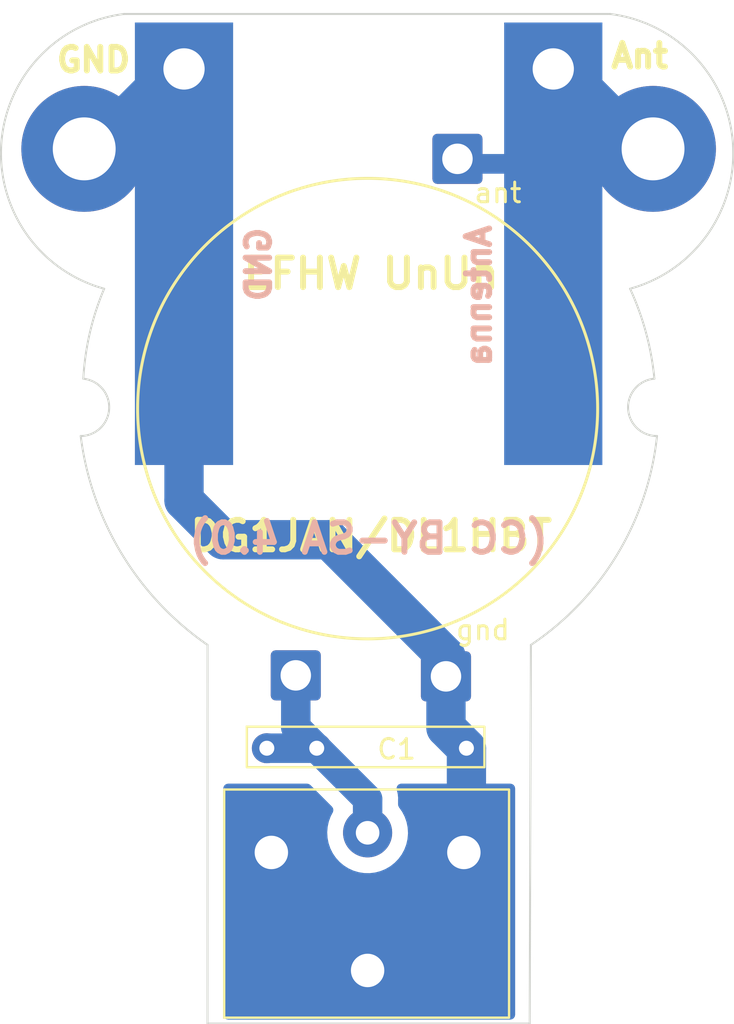
<source format=kicad_pcb>
(kicad_pcb (version 20211014) (generator pcbnew)
  (layers (0 "F.Cu" signal) (31 "B.Cu" signal) (34 "B.Paste" user) (35 "F.Paste" user) (36 "B.SilkS" user "B.Silkscreen") (37 "F.SilkS" user "F.Silkscreen") (38 "B.Mask" user) (39 "F.Mask" user) (44 "Edge.Cuts" user))
  (net 0 "")
  (net 1 "Net-(C1-Pad1)")
  (net 2 "GND")
  (net 3 "Net-(U2-Pad3)")
  (footprint "UniBalunLibrary:FT82_Balun" (layer "F.Cu") (at 117.602 65.532)
    (fp_text reference "U2" hide)
    (fp_text value "Core" hide)
    (fp_text user "ant" (at 6.5786 -10.9728) (layer "F.SilkS"))
    (fp_text user "gnd" (at 5.8166 11.2522) (layer "F.SilkS"))
    (fp_circle (center -0.0508 0) (end -2.5908 11.43) (layer "F.SilkS") (width 0.15) (fill none))
    (pad "" np_thru_hole circle (at -4.826 0) (size 3.2 3.2) (drill 3.2) (layers *.Cu *.Mask))
    (pad "" np_thru_hole circle (at 4.6736 0) (size 3.2 3.2) (drill 3.2) (layers *.Cu *.Mask))
    (pad "1" thru_hole roundrect (at 3.937 13.6144) (size 2.55 2.55) (drill 1.55) (layers *.Cu *.Mask) (roundrect_rratio 0.098039) (net 2 "GND"))
    (pad "2" thru_hole roundrect (at -3.7084 13.5636) (size 2.55 2.55) (drill 1.55) (layers *.Cu *.Mask) (roundrect_rratio 0.098039) (net 1 "Net-(C1-Pad1)"))
    (pad "3" thru_hole roundrect (at 4.5212 -12.7) (size 2.55 2.55) (drill 1.55) (layers *.Cu *.Mask) (roundrect_rratio 0.098039) (net 3 "Net-(U2-Pad3)"))
  )
  (footprint "Connector_Wire:SolderWire-1.5sqmm_1x01_D1.7mm_OD3.9mm" (layer "F.Cu") (at 108.204 48.26)
    (fp_text reference "J5" hide)
    (fp_text value "A_THT_Pad")
    (pad "1" thru_hole roundrect (at 0 0) (size 3.9 3.9) (drill 2.1) (layers *.Cu *.Mask) (roundrect_rratio 0.064103) (net 2 "GND"))
  )
  (footprint "UniBalunLibrary:Elecbee_BNC" (layer "F.Cu") (at 112.65 88.1)
    (fp_text reference "J1" hide)
    (fp_text value "BNC" hide)
    (fp_rect (start -2.4 8.4) (end 12.1 -3.2) (layer "F.SilkS") (width 0.12) (fill none))
    (pad "1" thru_hole circle (at 4.9 -1) (size 2.5 2.5) (drill 1.2) (layers *.Cu *.Mask) (net 1 "Net-(C1-Pad1)"))
    (pad "2" thru_hole oval (at 4.9 6 90) (size 3.8 5) (drill 1.7) (layers *.Cu *.Mask) (net 2 "GND"))
    (pad "2" thru_hole oval (at 9.8 0) (size 3.8 5) (drill 1.7) (layers *.Cu *.Mask) (net 2 "GND"))
    (pad "2" thru_hole oval (at 0 0) (size 3.8 5) (drill 1.7) (layers *.Cu *.Mask) (net 2 "GND"))
  )
  (footprint "MountingHole:MountingHole_4.5mm" (layer "F.Cu") (at 117.6782 49.53)
    (fp_text reference "H5" hide)
    (fp_text value "MountingHole" hide)
    (pad "" np_thru_hole circle (at 0 0) (size 4.5 4.5) (drill 4.5) (layers *.Cu *.Mask))
  )
  (footprint "Connector_Wire:SolderWire-1.5sqmm_1x01_D1.7mm_OD3.9mm" (layer "F.Cu") (at 127 48.26)
    (fp_text reference "J3" hide)
    (fp_text value "B_THT_Pad")
    (pad "1" thru_hole roundrect (at 0 0) (size 3.9 3.9) (drill 2.1) (layers *.Cu *.Mask) (roundrect_rratio 0.064103) (net 3 "Net-(U2-Pad3)"))
  )
  (footprint "MountingHole:MountingHole_2.1mm" (layer "F.Cu") (at 112.8014 48.387)
    (fp_text reference "H4" hide)
    (fp_text value "MountingHole" hide)
    (pad "" np_thru_hole circle (at 0 0) (size 2.1 2.1) (drill 2.1) (layers *.Cu *.Mask))
  )
  (footprint "MountingHole:MountingHole_3.2mm_M3_Pad" (layer "F.Cu") (at 103.124 52.324)
    (fp_text reference "H2" hide)
    (fp_text value "A" hide)
    (pad "1" thru_hole circle (at 0 0) (size 6.4 6.4) (drill 3.2) (layers *.Cu *.Mask) (net 2 "GND"))
  )
  (footprint "UniBalunLibrary:THT_cap" (layer "F.Cu") (at 117.5 82.8)
    (fp_text reference "C1" (at 1.524 0.0508 unlocked) (layer "F.SilkS"))
    (fp_text value "100pF" hide)
    (fp_rect (start -6.096 -1.0922) (end 5.9944 0.9652) (layer "F.SilkS") (width 0.12) (fill none))
    (pad "1" thru_hole circle (at -2.54 0) (size 1.524 1.524) (drill 0.762) (layers *.Cu *.Mask) (net 1 "Net-(C1-Pad1)"))
    (pad "1" thru_hole circle (at -5.08 0) (size 1.524 1.524) (drill 0.762) (layers *.Cu *.Mask) (net 1 "Net-(C1-Pad1)"))
    (pad "2" thru_hole circle (at 5.08 0) (size 1.524 1.524) (drill 0.762) (layers *.Cu *.Mask) (net 2 "GND"))
  )
  (footprint "MountingHole:MountingHole_2.1mm" (layer "F.Cu") (at 122.4026 48.387)
    (fp_text reference "H3" hide)
    (fp_text value "MountingHole" hide)
    (pad "" np_thru_hole circle (at 0 0) (size 2.1 2.1) (drill 2.1) (layers *.Cu *.Mask))
  )
  (footprint "MountingHole:MountingHole_3.2mm_M3_Pad" (layer "F.Cu") (at 132.08 52.324)
    (fp_text reference "H1" hide)
    (fp_text value "B" hide)
    (pad "1" thru_hole circle (at 0 0) (size 6.4 6.4) (drill 3.2) (layers *.Cu *.Mask) (net 3 "Net-(U2-Pad3)"))
  )
  (footprint "UniBalunLibrary:4mmJack" (layer "B.Cu") (at 127.254 56.896 90)
    (fp_text reference "J4" hide)
    (fp_text value "B_SMD_PAD" hide)
    (pad "1" smd rect (at -0.254 -0.254 90) (size 22.5 5) (layers "B.Cu" "B.Mask") (net 3 "Net-(U2-Pad3)"))
  )
  (footprint "UniBalunLibrary:4mmJack" (layer "B.Cu") (at 108.458 56.896 90)
    (fp_text reference "J6" hide)
    (fp_text value "A_SMD_PAD" hide)
    (pad "1" smd rect (at -0.254 -0.254 90) (size 22.5 5) (layers "B.Cu" "B.Mask") (net 2 "GND"))
  )
  (gr_line (start 109.4 96.8) (end 125.8 96.8) (layer "Edge.Cuts") (width 0.1))
  (gr_line (start 125.8 96.8) (end 125.861231 77.548862) (layer "Edge.Cuts") (width 0.1))
  (gr_arc (start 109.402031 77.548862) (mid 105.04112 72.92614) (end 102.945817 66.926406) (layer "Edge.Cuts") (width 0.1))
  (gr_arc (start 132.281854 66.925327) (mid 130.254542 72.952072) (end 125.861231 77.548862) (layer "Edge.Cuts") (width 0.1))
  (gr_arc (start 103.078577 64.011716) (mid 104.394 65.532) (end 102.945817 66.926406) (layer "Edge.Cuts") (width 0.1))
  (gr_line (start 109.4 96.8) (end 109.402031 77.548862) (layer "Edge.Cuts") (width 0.1))
  (gr_arc (start 103.078577 64.011716) (mid 103.410896 61.677837) (end 104.14 59.436) (layer "Edge.Cuts") (width 0.1))
  (gr_arc (start 130.910075 59.436) (mid 131.721418 61.671361) (end 132.149094 64.010637) (layer "Edge.Cuts") (width 0.1))
  (gr_arc (start 129.894075 45.466) (mid 136.144 52.033405) (end 130.910075 59.436) (layer "Edge.Cuts") (width 0.1))
  (gr_arc (start 132.281854 66.925327) (mid 130.81 65.532) (end 132.149094 64.010637) (layer "Edge.Cuts") (width 0.1))
  (gr_line (start 105.156 45.466) (end 129.894075 45.466) (layer "Edge.Cuts") (width 0.1))
  (gr_arc (start 104.14 59.436) (mid 98.906069 52.033405) (end 105.156 45.466) (layer "Edge.Cuts") (width 0.1))
  (gr_text "GND" (at 112 58.2 90) (layer "B.SilkS") (effects (font (size 1.2 1.2) (thickness 0.3)) (justify mirror)))
  (gr_text "(CC BY-SA 4.0)" (at 117.602 72.136) (layer "B.SilkS") (effects (font (size 1.5 1.5) (thickness 0.3)) (justify mirror)))
  (gr_text "Antenna" (at 123.2 59.8 90) (layer "B.SilkS") (effects (font (size 1.2 1.2) (thickness 0.3)) (justify mirror)))
  (gr_text "EFHW UnUn" (at 117.729 58.674) (layer "F.SilkS") (effects (font (size 1.5 1.5) (thickness 0.3))))
  (gr_text "DG1JAN/DL1HBT" (at 117.729 72.009) (layer "F.SilkS") (effects (font (size 1.5 1.5) (thickness 0.3))))
  (gr_text "GND" (at 103.6 47.8) (layer "F.SilkS") (effects (font (size 1.2 1.2) (thickness 0.3))))
  (gr_text "Ant" (at 131.4 47.6) (layer "F.SilkS") (effects (font (size 1.2 1.2) (thickness 0.3))))
  (segment (start 113.8936 81.7336) (end 114.96 82.8) (width 1.5) (layer "B.Cu") (net 1))
  (segment (start 117.55 85.39) (end 114.96 82.8) (width 1.5) (layer "B.Cu") (net 1))
  (segment (start 112.42 82.8) (end 114.96 82.8) (width 1.5) (layer "B.Cu") (net 1))
  (segment (start 117.55 87.1) (end 117.55 85.39) (width 1.5) (layer "B.Cu") (net 1))
  (segment (start 113.8936 79.0956) (end 113.8936 81.7336) (width 1.5) (layer "B.Cu") (net 1))
  (segment (start 107.188 48.26) (end 103.124 52.324) (width 1.3) (layer "B.Cu") (net 2))
  (segment (start 108.204 48.26) (end 108.204 57.15) (width 1.3) (layer "B.Cu") (net 2))
  (segment (start 108.204 70.204) (end 108.204 57.15) (width 2) (layer "B.Cu") (net 2))
  (segment (start 108.204 48.26) (end 107.188 48.26) (width 1.3) (layer "B.Cu") (net 2))
  (segment (start 121.539 81.759) (end 122.58 82.8) (width 2) (layer "B.Cu") (net 2))
  (segment (start 121.539 78.139) (end 115.6 72.2) (width 2) (layer "B.Cu") (net 2))
  (segment (start 110.2 72.2) (end 108.204 70.204) (width 2) (layer "B.Cu") (net 2))
  (segment (start 122.58 82.8) (end 122.58 87.97) (width 2) (layer "B.Cu") (net 2))
  (segment (start 121.539 79.1464) (end 121.539 81.759) (width 2) (layer "B.Cu") (net 2))
  (segment (start 121.539 79.1464) (end 121.539 78.139) (width 2) (layer "B.Cu") (net 2))
  (segment (start 122.58 87.97) (end 122.45 88.1) (width 2) (layer "B.Cu") (net 2))
  (segment (start 115.6 72.2) (end 110.2 72.2) (width 2) (layer "B.Cu") (net 2))
  (segment (start 127 48.26) (end 128.016 48.26) (width 1.3) (layer "B.Cu") (net 3))
  (segment (start 127 53.086) (end 122.3772 53.086) (width 1) (layer "B.Cu") (net 3))
  (segment (start 127 57.15) (end 127 53.086) (width 1) (layer "B.Cu") (net 3))
  (segment (start 122.3772 53.086) (end 122.1232 52.832) (width 1) (layer "B.Cu") (net 3))
  (segment (start 127 48.26) (end 127 53.086) (width 1.3) (layer "B.Cu") (net 3))
  (segment (start 127 66.929) (end 127 57.15) (width 1) (layer "B.Cu") (net 3))
  (segment (start 128.016 48.26) (end 132.08 52.324) (width 1.3) (layer "B.Cu") (net 3))
  (segment (start 125.5268 55.6768) (end 127 57.15) (width 1.3) (layer "B.Cu") (net 3))
  (zone (net 2) (net_name "GND") (layer "B.Cu") (connect_pads yes (clearance 0.8)) (min_thickness 0.5) (fill yes (thermal_gap 0.508) (thermal_bridge_width 0.508))
    (polygon (pts (xy 125.6 96.6) (xy 109.6 96.6) (xy 109.6 84.6) (xy 125.6 84.6)))
  )
)
</source>
